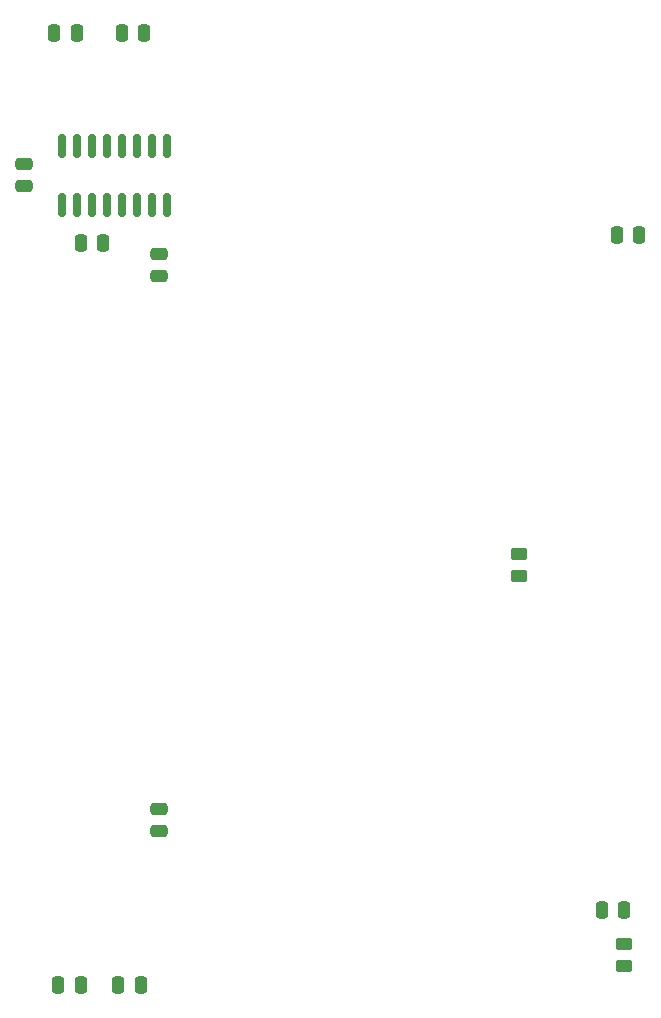
<source format=gtp>
G04 #@! TF.GenerationSoftware,KiCad,Pcbnew,(6.0.10)*
G04 #@! TF.CreationDate,2023-01-04T16:14:12-06:00*
G04 #@! TF.ProjectId,AT89S52_dev_board,41543839-5335-4325-9f64-65765f626f61,rev?*
G04 #@! TF.SameCoordinates,Original*
G04 #@! TF.FileFunction,Paste,Top*
G04 #@! TF.FilePolarity,Positive*
%FSLAX46Y46*%
G04 Gerber Fmt 4.6, Leading zero omitted, Abs format (unit mm)*
G04 Created by KiCad (PCBNEW (6.0.10)) date 2023-01-04 16:14:12*
%MOMM*%
%LPD*%
G01*
G04 APERTURE LIST*
G04 Aperture macros list*
%AMRoundRect*
0 Rectangle with rounded corners*
0 $1 Rounding radius*
0 $2 $3 $4 $5 $6 $7 $8 $9 X,Y pos of 4 corners*
0 Add a 4 corners polygon primitive as box body*
4,1,4,$2,$3,$4,$5,$6,$7,$8,$9,$2,$3,0*
0 Add four circle primitives for the rounded corners*
1,1,$1+$1,$2,$3*
1,1,$1+$1,$4,$5*
1,1,$1+$1,$6,$7*
1,1,$1+$1,$8,$9*
0 Add four rect primitives between the rounded corners*
20,1,$1+$1,$2,$3,$4,$5,0*
20,1,$1+$1,$4,$5,$6,$7,0*
20,1,$1+$1,$6,$7,$8,$9,0*
20,1,$1+$1,$8,$9,$2,$3,0*%
G04 Aperture macros list end*
%ADD10RoundRect,0.250000X-0.450000X0.262500X-0.450000X-0.262500X0.450000X-0.262500X0.450000X0.262500X0*%
%ADD11RoundRect,0.250000X0.250000X0.475000X-0.250000X0.475000X-0.250000X-0.475000X0.250000X-0.475000X0*%
%ADD12RoundRect,0.250000X0.450000X-0.262500X0.450000X0.262500X-0.450000X0.262500X-0.450000X-0.262500X0*%
%ADD13RoundRect,0.250000X-0.250000X-0.475000X0.250000X-0.475000X0.250000X0.475000X-0.250000X0.475000X0*%
%ADD14RoundRect,0.150000X-0.150000X0.850000X-0.150000X-0.850000X0.150000X-0.850000X0.150000X0.850000X0*%
%ADD15RoundRect,0.250000X-0.475000X0.250000X-0.475000X-0.250000X0.475000X-0.250000X0.475000X0.250000X0*%
G04 APERTURE END LIST*
D10*
X182880000Y-137517500D03*
X182880000Y-139342500D03*
D11*
X136840000Y-140970000D03*
X134940000Y-140970000D03*
X136525000Y-60325000D03*
X134625000Y-60325000D03*
D12*
X173990000Y-106322500D03*
X173990000Y-104497500D03*
D13*
X136845000Y-78105000D03*
X138745000Y-78105000D03*
D14*
X144145000Y-69890000D03*
X142875000Y-69890000D03*
X141605000Y-69890000D03*
X140335000Y-69890000D03*
X139065000Y-69890000D03*
X137795000Y-69890000D03*
X136525000Y-69890000D03*
X135255000Y-69890000D03*
X135255000Y-74890000D03*
X136525000Y-74890000D03*
X137795000Y-74890000D03*
X139065000Y-74890000D03*
X140335000Y-74890000D03*
X141605000Y-74890000D03*
X142875000Y-74890000D03*
X144145000Y-74890000D03*
D11*
X141920000Y-140970000D03*
X140020000Y-140970000D03*
D13*
X182250000Y-77470000D03*
X184150000Y-77470000D03*
D15*
X143510000Y-79060000D03*
X143510000Y-80960000D03*
X132080000Y-71440000D03*
X132080000Y-73340000D03*
X143510000Y-126050000D03*
X143510000Y-127950000D03*
D13*
X180980000Y-134620000D03*
X182880000Y-134620000D03*
D11*
X142240000Y-60325000D03*
X140340000Y-60325000D03*
M02*

</source>
